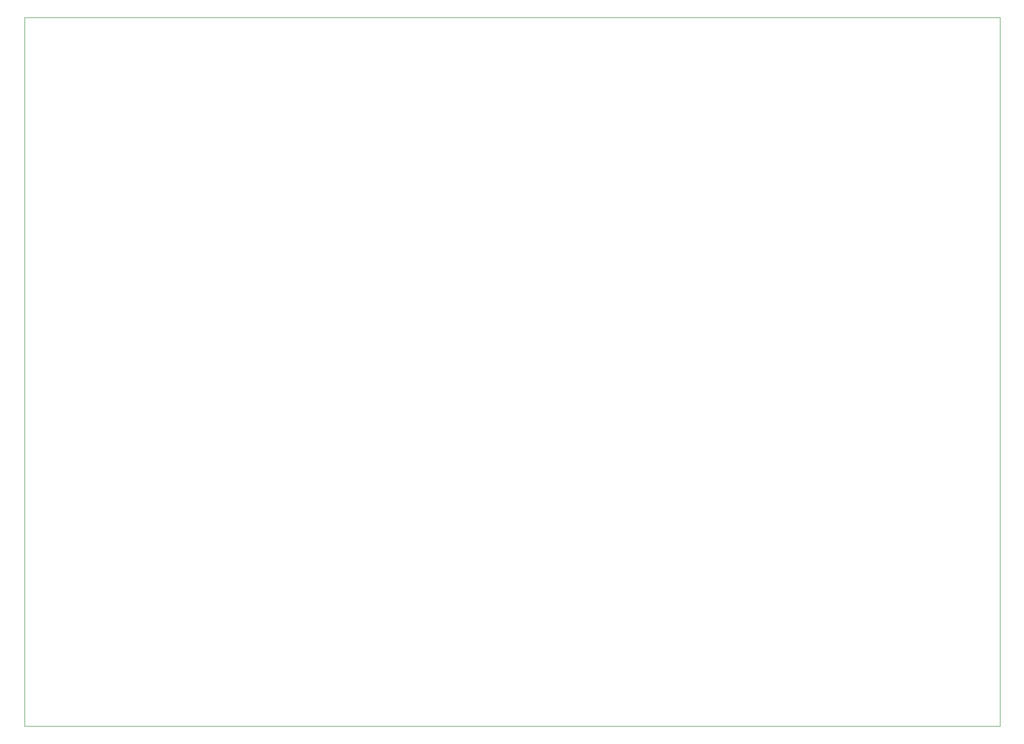
<source format=gbr>
%TF.GenerationSoftware,Altium Limited,Altium Designer,22.4.2 (48)*%
G04 Layer_Color=0*
%FSLAX45Y45*%
%MOMM*%
%TF.SameCoordinates,A0FECCF5-906F-4CEA-98AF-48209DEEDFB4*%
%TF.FilePolarity,Positive*%
%TF.FileFunction,Profile,NP*%
%TF.Part,Single*%
G01*
G75*
%TA.AperFunction,Profile*%
%ADD81C,0.02540*%
D81*
X16500000D01*
Y12000000D01*
X0D01*
Y0D01*
%TF.MD5,34b007a64ca82a3ddc3b907b98d36b8a*%
M02*

</source>
